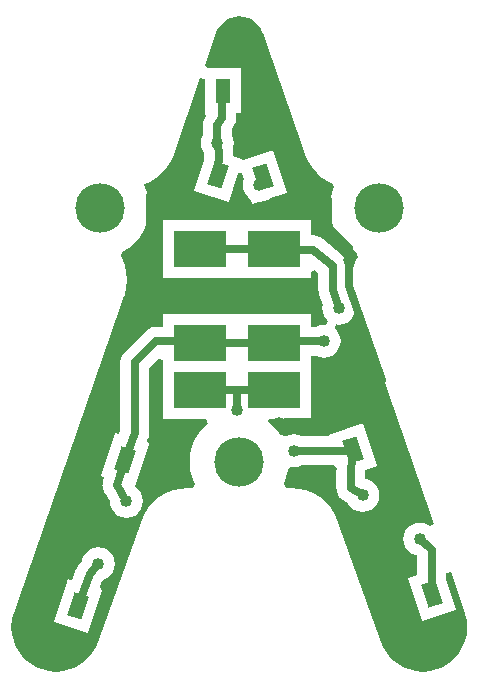
<source format=gbl>
%FSLAX25Y25*%
%MOIN*%
G70*
G01*
G75*
G04 Layer_Physical_Order=2*
G04 Layer_Color=65280*
%ADD10R,0.05000X0.08000*%
%ADD11R,0.05906X0.05906*%
%ADD12P,0.08352X4X297.0*%
%ADD13P,0.08352X4X207.0*%
%ADD14R,0.05906X0.05906*%
%ADD15P,0.08352X4X63.0*%
%ADD16P,0.08352X4X153.0*%
%ADD17C,0.02500*%
%ADD18C,0.16500*%
%ADD19C,0.04000*%
%ADD20R,0.17716X0.12205*%
G04:AMPARAMS|DCode=21|XSize=80mil|YSize=50mil|CornerRadius=0mil|HoleSize=0mil|Usage=FLASHONLY|Rotation=108.000|XOffset=0mil|YOffset=0mil|HoleType=Round|Shape=Rectangle|*
%AMROTATEDRECTD21*
4,1,4,0.03614,-0.03032,-0.01142,-0.04577,-0.03614,0.03032,0.01142,0.04577,0.03614,-0.03032,0.0*
%
%ADD21ROTATEDRECTD21*%

G04:AMPARAMS|DCode=22|XSize=80mil|YSize=50mil|CornerRadius=0mil|HoleSize=0mil|Usage=FLASHONLY|Rotation=252.000|XOffset=0mil|YOffset=0mil|HoleType=Round|Shape=Rectangle|*
%AMROTATEDRECTD22*
4,1,4,-0.01142,0.04577,0.03614,0.03032,0.01142,-0.04577,-0.03614,-0.03032,-0.01142,0.04577,0.0*
%
%ADD22ROTATEDRECTD22*%

G36*
X645123Y403697D02*
X643907Y402818D01*
X643274Y403304D01*
X641936Y403858D01*
X640500Y404047D01*
X639064Y403858D01*
X637726Y403304D01*
X636577Y402423D01*
X635696Y401274D01*
X635142Y399936D01*
X634952Y398500D01*
X635142Y397064D01*
X635696Y395726D01*
X636577Y394577D01*
X637726Y393696D01*
X639064Y393142D01*
X639399Y393097D01*
X639709Y392826D01*
Y386486D01*
X636607Y385478D01*
X641242Y371213D01*
X652655Y374921D01*
X649291Y385273D01*
Y387248D01*
X650770Y387498D01*
X655571Y373727D01*
X655616Y373638D01*
X656126Y371510D01*
X656309Y369188D01*
X656126Y366866D01*
X655583Y364602D01*
X654692Y362450D01*
X653475Y360464D01*
X651962Y358693D01*
X650191Y357181D01*
X648205Y355964D01*
X646054Y355072D01*
X643789Y354529D01*
X641467Y354346D01*
X639145Y354529D01*
X636881Y355072D01*
X634729Y355964D01*
X632743Y357181D01*
X630972Y358693D01*
X629459Y360464D01*
X628243Y362450D01*
X627537Y364154D01*
X627537Y364154D01*
X627537D01*
X624824Y371652D01*
X612843Y404804D01*
X612761Y404963D01*
X612053Y406671D01*
X610717Y408851D01*
X609056Y410796D01*
X607111Y412458D01*
X604930Y413794D01*
X602567Y414773D01*
X600080Y415370D01*
X597530Y415571D01*
Y415553D01*
X595886D01*
X595053Y416800D01*
X596041Y419185D01*
X596647Y421711D01*
X597064Y422642D01*
Y422642D01*
X597064Y422642D01*
X598500Y422452D01*
X599936Y422642D01*
X601274Y423196D01*
X601291Y423209D01*
X611748D01*
X612745Y422089D01*
X612741Y422055D01*
X612745Y421776D01*
X612709Y421500D01*
Y415500D01*
X612783Y414935D01*
X612845Y414369D01*
X612865Y414316D01*
X612872Y414260D01*
X613090Y413734D01*
X613296Y413202D01*
X613329Y413157D01*
X613351Y413104D01*
X613698Y412653D01*
X614034Y412192D01*
X614078Y412157D01*
X614112Y412112D01*
X614564Y411765D01*
X615008Y411408D01*
X616536Y410478D01*
X616586Y410357D01*
X617467Y409208D01*
X618616Y408327D01*
X619954Y407773D01*
X621390Y407584D01*
X622826Y407773D01*
X624164Y408327D01*
X625313Y409208D01*
X626194Y410357D01*
X626748Y411695D01*
X626937Y413131D01*
X626748Y414567D01*
X626194Y415905D01*
X625313Y417054D01*
X624164Y417935D01*
X622826Y418490D01*
X622291Y418560D01*
Y421222D01*
X622327Y421533D01*
X626293Y422822D01*
X621658Y437087D01*
X610245Y433379D01*
Y433379D01*
X609818Y432791D01*
X601291D01*
X601274Y432804D01*
X599936Y433358D01*
X598500Y433547D01*
X597064Y433358D01*
X595726Y432804D01*
X594276Y433073D01*
X593690Y434028D01*
X592003Y436003D01*
X590028Y437690D01*
X590243Y438450D01*
X604165D01*
Y454198D01*
Y459709D01*
X605709D01*
X605726Y459696D01*
X607064Y459142D01*
X608500Y458953D01*
X609936Y459142D01*
X611274Y459696D01*
X612423Y460577D01*
X613304Y461726D01*
X613858Y463064D01*
X614047Y464500D01*
X613858Y465936D01*
X613304Y467274D01*
X612423Y468423D01*
X612092Y468677D01*
X612666Y470062D01*
X613500Y469952D01*
X614936Y470142D01*
X616274Y470696D01*
X617423Y471577D01*
X618304Y472726D01*
X618858Y474064D01*
X618910Y474454D01*
X620402Y474608D01*
X645123Y403697D01*
D02*
G37*
G36*
X581939Y572629D02*
X583489Y572159D01*
X584917Y571396D01*
X586169Y570369D01*
X587197Y569117D01*
X587960Y567688D01*
X588097Y567236D01*
X588097D01*
X588109Y567240D01*
X588109D01*
X602223Y526754D01*
X602257Y526685D01*
X603074Y524714D01*
X604410Y522533D01*
X606072Y520588D01*
X608017Y518927D01*
X610197Y517590D01*
X611217Y517168D01*
X611791Y515782D01*
X611059Y514014D01*
X610453Y511489D01*
X610249Y508900D01*
X610453Y506311D01*
X611059Y503786D01*
X612053Y501386D01*
X613410Y499172D01*
X615097Y497197D01*
X617072Y495510D01*
X619286Y494153D01*
X619322Y494138D01*
X619785Y492712D01*
X619533Y492301D01*
X618555Y489938D01*
X617957Y487451D01*
X617790Y485320D01*
X616291Y485379D01*
Y489500D01*
X616265Y489698D01*
X616274Y489898D01*
X616184Y490316D01*
X616128Y490740D01*
X616051Y490925D01*
X616009Y491120D01*
X615813Y491500D01*
X615649Y491895D01*
X615527Y492054D01*
X615436Y492232D01*
X615148Y492548D01*
X614888Y492888D01*
X614729Y493009D01*
X614595Y493157D01*
X608095Y498657D01*
X607735Y498889D01*
X607396Y499149D01*
X607211Y499226D01*
X607043Y499334D01*
X606635Y499464D01*
X606240Y499628D01*
X606042Y499654D01*
X605851Y499715D01*
X605424Y499735D01*
X605000Y499791D01*
X604165D01*
Y504898D01*
X554842D01*
Y485694D01*
X604165D01*
Y487648D01*
X605525Y488279D01*
X606709Y487278D01*
Y481500D01*
X606728Y481357D01*
X606718Y481213D01*
X606809Y480739D01*
X606872Y480260D01*
X606927Y480127D01*
X606955Y479985D01*
X608093Y476570D01*
X607952Y475500D01*
X608142Y474064D01*
X608696Y472726D01*
X609577Y471577D01*
X609908Y471323D01*
X609334Y469938D01*
X608500Y470048D01*
X607064Y469858D01*
X605726Y469304D01*
X605709Y469291D01*
X604165D01*
Y473402D01*
X554842D01*
Y469291D01*
X552500D01*
X551260Y469128D01*
X550105Y468649D01*
X549112Y467888D01*
X542112Y460888D01*
X541351Y459896D01*
X541211Y459557D01*
X540872Y458740D01*
X540709Y457500D01*
Y434842D01*
X540199Y433436D01*
X538811Y433887D01*
X534176Y419621D01*
X535348Y419240D01*
X534939Y417966D01*
X534911Y417811D01*
X534853Y417665D01*
X534799Y417198D01*
X534715Y416736D01*
X534728Y416579D01*
X534710Y416422D01*
X534778Y415958D01*
X534817Y415489D01*
X534870Y415341D01*
X534893Y415185D01*
X535080Y414754D01*
X535238Y414311D01*
X535328Y414182D01*
X535390Y414038D01*
X537147Y411106D01*
X537325Y409751D01*
X537879Y408413D01*
X538761Y407264D01*
X539910Y406382D01*
X541248Y405828D01*
X542684Y405639D01*
X544119Y405828D01*
X545457Y406382D01*
X546606Y407264D01*
X547488Y408413D01*
X548042Y409751D01*
X548231Y411187D01*
X548042Y412622D01*
X547488Y413960D01*
X546606Y415109D01*
X545580Y415897D01*
X545589Y415913D01*
X545589D01*
X545589Y415913D01*
X550224Y430179D01*
X550224Y430179D01*
X549642Y431369D01*
X550004Y432367D01*
X550048Y432569D01*
X550128Y432760D01*
X550183Y433177D01*
X550273Y433588D01*
X550264Y433795D01*
X550291Y434000D01*
Y455515D01*
X553456Y458680D01*
X554842Y458106D01*
Y454198D01*
Y438450D01*
X569294D01*
X569813Y437042D01*
X568597Y436003D01*
X566910Y434028D01*
X565553Y431814D01*
X564559Y429415D01*
X563953Y426889D01*
X563749Y424300D01*
X563953Y421711D01*
X564559Y419185D01*
X565547Y416800D01*
X564714Y415553D01*
X563125D01*
Y415571D01*
X560575Y415370D01*
X558088Y414773D01*
X555725Y413794D01*
X553544Y412458D01*
X551599Y410796D01*
X549938Y408851D01*
X548602Y406671D01*
X547895Y404963D01*
X547812Y404804D01*
X535831Y371652D01*
X533118Y364154D01*
X533118D01*
X533118Y364154D01*
X532413Y362450D01*
X531196Y360464D01*
X529683Y358693D01*
X527912Y357181D01*
X525926Y355964D01*
X523775Y355072D01*
X521510Y354529D01*
X519188Y354346D01*
X516866Y354529D01*
X514602Y355072D01*
X512450Y355964D01*
X510464Y357181D01*
X508693Y358693D01*
X507181Y360464D01*
X505964Y362450D01*
X505072Y364602D01*
X504529Y366866D01*
X504346Y369188D01*
X504529Y371510D01*
X505040Y373638D01*
X505084Y373727D01*
X541973Y479541D01*
X541979Y479570D01*
X542101Y479864D01*
X542698Y482351D01*
X542898Y484901D01*
X542698Y487451D01*
X542101Y489938D01*
X541122Y492301D01*
X540810Y492810D01*
X541273Y494236D01*
X541314Y494253D01*
X543528Y495610D01*
X545503Y497297D01*
X547190Y499272D01*
X548547Y501486D01*
X549541Y503886D01*
X550147Y506411D01*
X550351Y509000D01*
X550147Y511589D01*
X549541Y514115D01*
X548547Y516514D01*
X548654Y516843D01*
X550458Y517590D01*
X552639Y518927D01*
X554584Y520588D01*
X556245Y522533D01*
X557581Y524714D01*
X558398Y526685D01*
X558432Y526754D01*
X567321Y552250D01*
X568800Y552000D01*
Y540400D01*
X568800Y540400D01*
X569240Y539545D01*
X568892Y538965D01*
X568876Y538928D01*
X568851Y538896D01*
X568627Y538354D01*
X568394Y537818D01*
X568388Y537778D01*
X568372Y537740D01*
X568296Y537160D01*
X568210Y536581D01*
X568214Y536540D01*
X568209Y536500D01*
Y533291D01*
X568196Y533274D01*
X567642Y531936D01*
X567452Y530500D01*
X567642Y529064D01*
X568196Y527726D01*
X568689Y527083D01*
X568642Y524785D01*
X565307Y514522D01*
X576720Y510813D01*
X579869Y520506D01*
X581369D01*
X581957Y518696D01*
X581642Y517936D01*
X581453Y516500D01*
X581642Y515064D01*
X582196Y513726D01*
X583077Y512577D01*
X584226Y511696D01*
X584232Y511693D01*
X584681Y510313D01*
X586749Y510986D01*
X587000Y510953D01*
X588436Y511142D01*
X589774Y511696D01*
X590390Y512168D01*
X596093Y514022D01*
X591458Y528287D01*
X581411Y525023D01*
X581355Y525079D01*
Y525079D01*
X581355Y525079D01*
X578253Y526087D01*
X578290Y527901D01*
X578233Y528419D01*
X578213Y528713D01*
X578358Y529064D01*
X578547Y530500D01*
X578358Y531936D01*
X577804Y533274D01*
X577791Y533291D01*
Y535173D01*
X578608Y536535D01*
X578624Y536572D01*
X578649Y536604D01*
X578873Y537146D01*
X579106Y537682D01*
X579112Y537722D01*
X579128Y537760D01*
X579204Y538340D01*
X579290Y538919D01*
X579286Y538960D01*
X579291Y539000D01*
Y540400D01*
X580800D01*
Y555400D01*
X569714D01*
X568845Y556623D01*
X572547Y567240D01*
X572547D01*
D01*
X572558Y567236D01*
X572558D01*
X572695Y567688D01*
X573459Y569117D01*
X574486Y570369D01*
X575738Y571396D01*
X577166Y572159D01*
X578716Y572629D01*
X580328Y572788D01*
X581939Y572629D01*
D02*
G37*
%LPC*%
G36*
X533319Y395862D02*
X531883Y395673D01*
X530545Y395119D01*
X529396Y394237D01*
X528515Y393088D01*
X527960Y391750D01*
X527907Y391347D01*
X526850Y390104D01*
X526728Y389915D01*
X526576Y389749D01*
X526390Y389392D01*
X526171Y389054D01*
X526102Y388839D01*
X525998Y388639D01*
X524539Y384633D01*
X524151Y384760D01*
X524151D01*
X523142Y385087D01*
X522814Y384079D01*
X522814Y384079D01*
X518507Y370822D01*
X528911Y367441D01*
X528911D01*
X529919Y367113D01*
X530247Y368122D01*
X530247Y368122D01*
X534555Y381379D01*
X534555Y381379D01*
X533981Y382557D01*
X534707Y384552D01*
X535212Y385146D01*
X536093Y385510D01*
X537242Y386392D01*
X538123Y387541D01*
X538677Y388879D01*
X538866Y390314D01*
X538677Y391750D01*
X538123Y393088D01*
X537242Y394237D01*
X536093Y395119D01*
X534755Y395673D01*
X533319Y395862D01*
D02*
G37*
%LPD*%
D10*
X585800Y547900D02*
D03*
X574800D02*
D03*
D17*
X567200Y495296D02*
X591806D01*
X567200Y479548D02*
X591806D01*
X567200Y463800D02*
X591806D01*
X529500Y433500D02*
X531738Y428299D01*
X529500Y433500D02*
X531500Y440000D01*
X532000Y443000D01*
X539500Y416500D02*
X542200Y424900D01*
X539500Y416500D02*
X542684Y411187D01*
X526531Y376100D02*
X530500Y387000D01*
X533319Y390314D01*
X512000Y367000D02*
X514000Y362000D01*
X512000Y367000D02*
X516069Y379500D01*
X530500Y421500D01*
Y425000D01*
X531738Y428299D01*
X556000Y518500D02*
X560000Y520500D01*
X562869Y523200D01*
X573331Y519800D02*
X573500Y528000D01*
X573000Y530500D02*
X573500Y528000D01*
X583000Y558000D02*
Y569000D01*
Y558000D02*
X586000Y555000D01*
Y551500D02*
Y555000D01*
X585800Y547900D02*
X586000Y551500D01*
X585500Y543500D02*
X585800Y547900D01*
X585500Y536000D02*
Y543500D01*
Y536000D02*
X596500Y529500D01*
X598531Y522700D01*
X625000Y446000D02*
X628000Y437500D01*
X628731Y431500D01*
X617500Y415500D02*
X621390Y413131D01*
X617500Y415500D02*
Y421500D01*
X618269Y428100D01*
X644500Y384000D02*
X644631Y380200D01*
X644500Y384000D02*
Y395000D01*
X640500Y398500D02*
X644500Y395000D01*
X630500Y370500D02*
X634169Y376800D01*
X628731Y431500D02*
X636000Y412000D01*
X628500Y397500D02*
X636000Y412000D01*
X628500Y397500D02*
X633500Y382500D01*
X634169Y376800D01*
X597000Y437500D02*
X608500D01*
X617500Y446500D01*
X598531Y522700D02*
X600500Y516500D01*
X610000Y511500D01*
X550500Y513000D02*
X556000Y518500D01*
X550500Y481500D02*
X553500Y478500D01*
X557500D01*
X567200Y479548D01*
X550500Y481500D02*
Y513000D01*
X532000Y443000D02*
X544500Y479500D01*
X550500Y481500D01*
X542200Y424900D02*
X545500Y434000D01*
Y457500D01*
X552500Y464500D01*
X557500D01*
X567200Y463800D01*
X574500Y543000D02*
X574800Y547900D01*
X574500Y539000D02*
Y543000D01*
X573000Y536500D02*
X574500Y539000D01*
X573000Y530500D02*
Y536500D01*
X610000Y502500D02*
Y511500D01*
Y502500D02*
X617000Y495500D01*
X591806Y495296D02*
X601000Y495000D01*
X605000D01*
X617000Y483000D02*
X628000Y451500D01*
X625000Y446000D02*
Y446500D01*
X617500D02*
X625000D01*
X628000Y451500D01*
X617000Y483000D02*
Y495500D01*
X611500Y481500D02*
X613500Y475500D01*
X611500Y481500D02*
Y489500D01*
X605000Y495000D02*
X611500Y489500D01*
X593395Y437106D02*
X597000Y437500D01*
X579500Y441500D02*
Y448052D01*
X567200D02*
X591806D01*
X614500Y428000D02*
X618269Y428100D01*
X598500Y428000D02*
X614500D01*
X601000Y464500D02*
X608500D01*
X591806Y463800D02*
X601000Y464500D01*
D18*
X533800Y509000D02*
D03*
X626800Y508900D02*
D03*
X580300Y424300D02*
D03*
D19*
X587000Y516500D02*
D03*
X630500Y370500D02*
D03*
X640500Y398500D02*
D03*
X621390Y413131D02*
D03*
X625000Y446000D02*
D03*
X532000Y443000D02*
D03*
X542684Y411187D02*
D03*
X533319Y390314D02*
D03*
X514000Y362000D02*
D03*
X556000Y518500D02*
D03*
X573000Y530500D02*
D03*
X583000Y569000D02*
D03*
X593395Y437106D02*
D03*
X617000Y491500D02*
D03*
X587500Y476000D02*
D03*
X613500Y475500D02*
D03*
X579500Y441500D02*
D03*
X563000Y463500D02*
D03*
X598500Y428000D02*
D03*
X608500Y464500D02*
D03*
D20*
X567200Y448052D02*
D03*
X591806D02*
D03*
X567200Y463800D02*
D03*
Y479548D02*
D03*
Y495296D02*
D03*
X591806Y463800D02*
D03*
Y479548D02*
D03*
Y495296D02*
D03*
D21*
X598531Y522700D02*
D03*
X634169Y376800D02*
D03*
X588069Y519300D02*
D03*
X644631Y380200D02*
D03*
X618269Y428100D02*
D03*
X628731Y431500D02*
D03*
D22*
X562869Y523200D02*
D03*
X531738Y428299D02*
D03*
X516069Y379500D02*
D03*
X526531Y376100D02*
D03*
X542200Y424900D02*
D03*
X573331Y519800D02*
D03*
M02*

</source>
